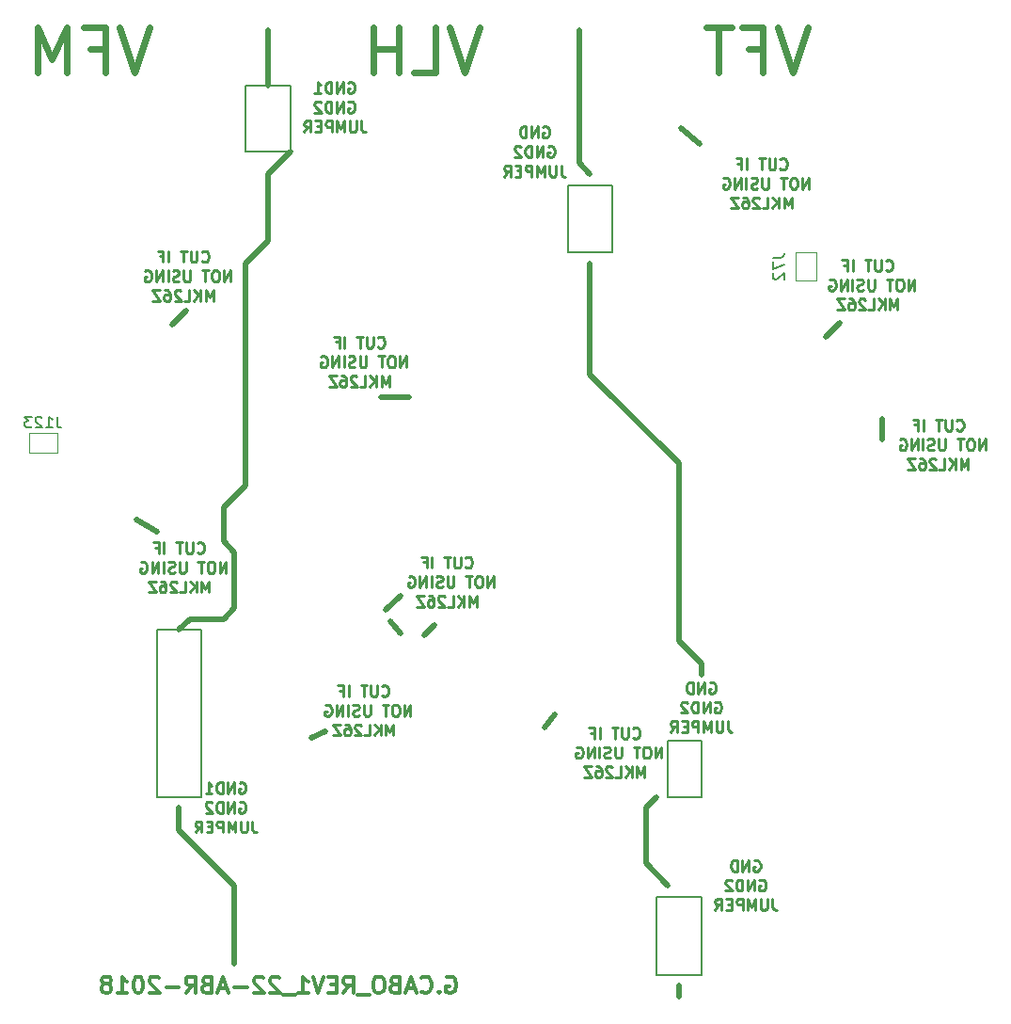
<source format=gbr>
G04 #@! TF.FileFunction,Legend,Bot*
%FSLAX46Y46*%
G04 Gerber Fmt 4.6, Leading zero omitted, Abs format (unit mm)*
G04 Created by KiCad (PCBNEW 4.0.7-e2-6376~58~ubuntu16.04.1) date Mon Apr 23 18:14:32 2018*
%MOMM*%
%LPD*%
G01*
G04 APERTURE LIST*
%ADD10C,0.100000*%
%ADD11C,0.500000*%
%ADD12C,0.600000*%
%ADD13C,0.300000*%
%ADD14C,0.250000*%
%ADD15C,0.200000*%
%ADD16C,0.120000*%
%ADD17C,0.150000*%
G04 APERTURE END LIST*
D10*
D11*
X131000000Y-135000000D02*
X131000000Y-136000000D01*
X168000000Y-122000000D02*
X169000000Y-121000000D01*
X171000000Y-138000000D02*
X171000000Y-139000000D01*
X170000000Y-129000000D02*
X168000000Y-127000000D01*
X168000000Y-122000000D02*
X168000000Y-127000000D01*
X173000000Y-110000000D02*
X173000000Y-109000000D01*
X171000000Y-107000000D02*
X173000000Y-109000000D01*
X171000000Y-103000000D02*
X171000000Y-107000000D01*
X171000000Y-91000000D02*
X171000000Y-103000000D01*
X163000000Y-83000000D02*
X171000000Y-91000000D01*
X163000000Y-73000000D02*
X163000000Y-83000000D01*
X163000000Y-65000000D02*
X163000000Y-65000000D01*
X162000000Y-64000000D02*
X163000000Y-65000000D01*
X162000000Y-52000000D02*
X162000000Y-64000000D01*
X131000000Y-135000000D02*
X131000000Y-135000000D01*
X131000000Y-129000000D02*
X131000000Y-135000000D01*
X126000000Y-124000000D02*
X131000000Y-129000000D01*
X126000000Y-122000000D02*
X126000000Y-124000000D01*
X126000000Y-106000000D02*
X126000000Y-106000000D01*
X127000000Y-105000000D02*
X126000000Y-106000000D01*
X130000000Y-105000000D02*
X127000000Y-105000000D01*
X131000000Y-104000000D02*
X130000000Y-105000000D01*
X131000000Y-99000000D02*
X131000000Y-104000000D01*
X130000000Y-98000000D02*
X131000000Y-99000000D01*
X130000000Y-95000000D02*
X130000000Y-98000000D01*
X132000000Y-93000000D02*
X130000000Y-95000000D01*
X132000000Y-73000000D02*
X132000000Y-93000000D01*
X134000000Y-71000000D02*
X132000000Y-73000000D01*
X134000000Y-65000000D02*
X134000000Y-71000000D01*
X136000000Y-63000000D02*
X134000000Y-65000000D01*
X134000000Y-52000000D02*
X134000000Y-57000000D01*
D12*
X123333333Y-51809524D02*
X121999999Y-55809524D01*
X120666666Y-51809524D01*
X118000000Y-53714286D02*
X119333333Y-53714286D01*
X119333333Y-55809524D02*
X119333333Y-51809524D01*
X117428571Y-51809524D01*
X115904762Y-55809524D02*
X115904762Y-51809524D01*
X114571429Y-54666667D01*
X113238095Y-51809524D01*
X113238095Y-55809524D01*
X153047619Y-51809524D02*
X151714285Y-55809524D01*
X150380952Y-51809524D01*
X147142857Y-55809524D02*
X149047619Y-55809524D01*
X149047619Y-51809524D01*
X145809524Y-55809524D02*
X145809524Y-51809524D01*
X145809524Y-53714286D02*
X143523810Y-53714286D01*
X143523810Y-55809524D02*
X143523810Y-51809524D01*
X182571428Y-51809524D02*
X181238094Y-55809524D01*
X179904761Y-51809524D01*
X177238095Y-53714286D02*
X178571428Y-53714286D01*
X178571428Y-55809524D02*
X178571428Y-51809524D01*
X176666666Y-51809524D01*
X175714286Y-51809524D02*
X173428571Y-51809524D01*
X174571428Y-55809524D02*
X174571428Y-51809524D01*
D13*
X150107141Y-137250000D02*
X150249998Y-137178571D01*
X150464284Y-137178571D01*
X150678569Y-137250000D01*
X150821427Y-137392857D01*
X150892855Y-137535714D01*
X150964284Y-137821429D01*
X150964284Y-138035714D01*
X150892855Y-138321429D01*
X150821427Y-138464286D01*
X150678569Y-138607143D01*
X150464284Y-138678571D01*
X150321427Y-138678571D01*
X150107141Y-138607143D01*
X150035712Y-138535714D01*
X150035712Y-138035714D01*
X150321427Y-138035714D01*
X149392855Y-138535714D02*
X149321427Y-138607143D01*
X149392855Y-138678571D01*
X149464284Y-138607143D01*
X149392855Y-138535714D01*
X149392855Y-138678571D01*
X147821426Y-138535714D02*
X147892855Y-138607143D01*
X148107141Y-138678571D01*
X148249998Y-138678571D01*
X148464283Y-138607143D01*
X148607141Y-138464286D01*
X148678569Y-138321429D01*
X148749998Y-138035714D01*
X148749998Y-137821429D01*
X148678569Y-137535714D01*
X148607141Y-137392857D01*
X148464283Y-137250000D01*
X148249998Y-137178571D01*
X148107141Y-137178571D01*
X147892855Y-137250000D01*
X147821426Y-137321429D01*
X147249998Y-138250000D02*
X146535712Y-138250000D01*
X147392855Y-138678571D02*
X146892855Y-137178571D01*
X146392855Y-138678571D01*
X145392855Y-137892857D02*
X145178569Y-137964286D01*
X145107141Y-138035714D01*
X145035712Y-138178571D01*
X145035712Y-138392857D01*
X145107141Y-138535714D01*
X145178569Y-138607143D01*
X145321427Y-138678571D01*
X145892855Y-138678571D01*
X145892855Y-137178571D01*
X145392855Y-137178571D01*
X145249998Y-137250000D01*
X145178569Y-137321429D01*
X145107141Y-137464286D01*
X145107141Y-137607143D01*
X145178569Y-137750000D01*
X145249998Y-137821429D01*
X145392855Y-137892857D01*
X145892855Y-137892857D01*
X144107141Y-137178571D02*
X143821427Y-137178571D01*
X143678569Y-137250000D01*
X143535712Y-137392857D01*
X143464284Y-137678571D01*
X143464284Y-138178571D01*
X143535712Y-138464286D01*
X143678569Y-138607143D01*
X143821427Y-138678571D01*
X144107141Y-138678571D01*
X144249998Y-138607143D01*
X144392855Y-138464286D01*
X144464284Y-138178571D01*
X144464284Y-137678571D01*
X144392855Y-137392857D01*
X144249998Y-137250000D01*
X144107141Y-137178571D01*
X143178569Y-138821429D02*
X142035712Y-138821429D01*
X140821426Y-138678571D02*
X141321426Y-137964286D01*
X141678569Y-138678571D02*
X141678569Y-137178571D01*
X141107141Y-137178571D01*
X140964283Y-137250000D01*
X140892855Y-137321429D01*
X140821426Y-137464286D01*
X140821426Y-137678571D01*
X140892855Y-137821429D01*
X140964283Y-137892857D01*
X141107141Y-137964286D01*
X141678569Y-137964286D01*
X140178569Y-137892857D02*
X139678569Y-137892857D01*
X139464283Y-138678571D02*
X140178569Y-138678571D01*
X140178569Y-137178571D01*
X139464283Y-137178571D01*
X139035712Y-137178571D02*
X138535712Y-138678571D01*
X138035712Y-137178571D01*
X136749998Y-138678571D02*
X137607141Y-138678571D01*
X137178569Y-138678571D02*
X137178569Y-137178571D01*
X137321426Y-137392857D01*
X137464284Y-137535714D01*
X137607141Y-137607143D01*
X136464284Y-138821429D02*
X135321427Y-138821429D01*
X135035713Y-137321429D02*
X134964284Y-137250000D01*
X134821427Y-137178571D01*
X134464284Y-137178571D01*
X134321427Y-137250000D01*
X134249998Y-137321429D01*
X134178570Y-137464286D01*
X134178570Y-137607143D01*
X134249998Y-137821429D01*
X135107141Y-138678571D01*
X134178570Y-138678571D01*
X133607142Y-137321429D02*
X133535713Y-137250000D01*
X133392856Y-137178571D01*
X133035713Y-137178571D01*
X132892856Y-137250000D01*
X132821427Y-137321429D01*
X132749999Y-137464286D01*
X132749999Y-137607143D01*
X132821427Y-137821429D01*
X133678570Y-138678571D01*
X132749999Y-138678571D01*
X132107142Y-138107143D02*
X130964285Y-138107143D01*
X130321428Y-138250000D02*
X129607142Y-138250000D01*
X130464285Y-138678571D02*
X129964285Y-137178571D01*
X129464285Y-138678571D01*
X128464285Y-137892857D02*
X128249999Y-137964286D01*
X128178571Y-138035714D01*
X128107142Y-138178571D01*
X128107142Y-138392857D01*
X128178571Y-138535714D01*
X128249999Y-138607143D01*
X128392857Y-138678571D01*
X128964285Y-138678571D01*
X128964285Y-137178571D01*
X128464285Y-137178571D01*
X128321428Y-137250000D01*
X128249999Y-137321429D01*
X128178571Y-137464286D01*
X128178571Y-137607143D01*
X128249999Y-137750000D01*
X128321428Y-137821429D01*
X128464285Y-137892857D01*
X128964285Y-137892857D01*
X126607142Y-138678571D02*
X127107142Y-137964286D01*
X127464285Y-138678571D02*
X127464285Y-137178571D01*
X126892857Y-137178571D01*
X126749999Y-137250000D01*
X126678571Y-137321429D01*
X126607142Y-137464286D01*
X126607142Y-137678571D01*
X126678571Y-137821429D01*
X126749999Y-137892857D01*
X126892857Y-137964286D01*
X127464285Y-137964286D01*
X125964285Y-138107143D02*
X124821428Y-138107143D01*
X124178571Y-137321429D02*
X124107142Y-137250000D01*
X123964285Y-137178571D01*
X123607142Y-137178571D01*
X123464285Y-137250000D01*
X123392856Y-137321429D01*
X123321428Y-137464286D01*
X123321428Y-137607143D01*
X123392856Y-137821429D01*
X124249999Y-138678571D01*
X123321428Y-138678571D01*
X122392857Y-137178571D02*
X122250000Y-137178571D01*
X122107143Y-137250000D01*
X122035714Y-137321429D01*
X121964285Y-137464286D01*
X121892857Y-137750000D01*
X121892857Y-138107143D01*
X121964285Y-138392857D01*
X122035714Y-138535714D01*
X122107143Y-138607143D01*
X122250000Y-138678571D01*
X122392857Y-138678571D01*
X122535714Y-138607143D01*
X122607143Y-138535714D01*
X122678571Y-138392857D01*
X122750000Y-138107143D01*
X122750000Y-137750000D01*
X122678571Y-137464286D01*
X122607143Y-137321429D01*
X122535714Y-137250000D01*
X122392857Y-137178571D01*
X120464286Y-138678571D02*
X121321429Y-138678571D01*
X120892857Y-138678571D02*
X120892857Y-137178571D01*
X121035714Y-137392857D01*
X121178572Y-137535714D01*
X121321429Y-137607143D01*
X119607143Y-137821429D02*
X119750001Y-137750000D01*
X119821429Y-137678571D01*
X119892858Y-137535714D01*
X119892858Y-137464286D01*
X119821429Y-137321429D01*
X119750001Y-137250000D01*
X119607143Y-137178571D01*
X119321429Y-137178571D01*
X119178572Y-137250000D01*
X119107143Y-137321429D01*
X119035715Y-137464286D01*
X119035715Y-137535714D01*
X119107143Y-137678571D01*
X119178572Y-137750000D01*
X119321429Y-137821429D01*
X119607143Y-137821429D01*
X119750001Y-137892857D01*
X119821429Y-137964286D01*
X119892858Y-138107143D01*
X119892858Y-138392857D01*
X119821429Y-138535714D01*
X119750001Y-138607143D01*
X119607143Y-138678571D01*
X119321429Y-138678571D01*
X119178572Y-138607143D01*
X119107143Y-138535714D01*
X119035715Y-138392857D01*
X119035715Y-138107143D01*
X119107143Y-137964286D01*
X119178572Y-137892857D01*
X119321429Y-137821429D01*
D11*
X144145000Y-85090000D02*
X146685000Y-85090000D01*
D14*
X143882857Y-80522143D02*
X143930476Y-80569762D01*
X144073333Y-80617381D01*
X144168571Y-80617381D01*
X144311429Y-80569762D01*
X144406667Y-80474524D01*
X144454286Y-80379286D01*
X144501905Y-80188810D01*
X144501905Y-80045952D01*
X144454286Y-79855476D01*
X144406667Y-79760238D01*
X144311429Y-79665000D01*
X144168571Y-79617381D01*
X144073333Y-79617381D01*
X143930476Y-79665000D01*
X143882857Y-79712619D01*
X143454286Y-79617381D02*
X143454286Y-80426905D01*
X143406667Y-80522143D01*
X143359048Y-80569762D01*
X143263810Y-80617381D01*
X143073333Y-80617381D01*
X142978095Y-80569762D01*
X142930476Y-80522143D01*
X142882857Y-80426905D01*
X142882857Y-79617381D01*
X142549524Y-79617381D02*
X141978095Y-79617381D01*
X142263810Y-80617381D02*
X142263810Y-79617381D01*
X140882857Y-80617381D02*
X140882857Y-79617381D01*
X140073333Y-80093571D02*
X140406667Y-80093571D01*
X140406667Y-80617381D02*
X140406667Y-79617381D01*
X139930476Y-79617381D01*
X146454286Y-82367381D02*
X146454286Y-81367381D01*
X145882857Y-82367381D01*
X145882857Y-81367381D01*
X145216191Y-81367381D02*
X145025714Y-81367381D01*
X144930476Y-81415000D01*
X144835238Y-81510238D01*
X144787619Y-81700714D01*
X144787619Y-82034048D01*
X144835238Y-82224524D01*
X144930476Y-82319762D01*
X145025714Y-82367381D01*
X145216191Y-82367381D01*
X145311429Y-82319762D01*
X145406667Y-82224524D01*
X145454286Y-82034048D01*
X145454286Y-81700714D01*
X145406667Y-81510238D01*
X145311429Y-81415000D01*
X145216191Y-81367381D01*
X144501905Y-81367381D02*
X143930476Y-81367381D01*
X144216191Y-82367381D02*
X144216191Y-81367381D01*
X142835238Y-81367381D02*
X142835238Y-82176905D01*
X142787619Y-82272143D01*
X142740000Y-82319762D01*
X142644762Y-82367381D01*
X142454285Y-82367381D01*
X142359047Y-82319762D01*
X142311428Y-82272143D01*
X142263809Y-82176905D01*
X142263809Y-81367381D01*
X141835238Y-82319762D02*
X141692381Y-82367381D01*
X141454285Y-82367381D01*
X141359047Y-82319762D01*
X141311428Y-82272143D01*
X141263809Y-82176905D01*
X141263809Y-82081667D01*
X141311428Y-81986429D01*
X141359047Y-81938810D01*
X141454285Y-81891190D01*
X141644762Y-81843571D01*
X141740000Y-81795952D01*
X141787619Y-81748333D01*
X141835238Y-81653095D01*
X141835238Y-81557857D01*
X141787619Y-81462619D01*
X141740000Y-81415000D01*
X141644762Y-81367381D01*
X141406666Y-81367381D01*
X141263809Y-81415000D01*
X140835238Y-82367381D02*
X140835238Y-81367381D01*
X140359048Y-82367381D02*
X140359048Y-81367381D01*
X139787619Y-82367381D01*
X139787619Y-81367381D01*
X138787619Y-81415000D02*
X138882857Y-81367381D01*
X139025714Y-81367381D01*
X139168572Y-81415000D01*
X139263810Y-81510238D01*
X139311429Y-81605476D01*
X139359048Y-81795952D01*
X139359048Y-81938810D01*
X139311429Y-82129286D01*
X139263810Y-82224524D01*
X139168572Y-82319762D01*
X139025714Y-82367381D01*
X138930476Y-82367381D01*
X138787619Y-82319762D01*
X138740000Y-82272143D01*
X138740000Y-81938810D01*
X138930476Y-81938810D01*
X144906667Y-84117381D02*
X144906667Y-83117381D01*
X144573333Y-83831667D01*
X144240000Y-83117381D01*
X144240000Y-84117381D01*
X143763810Y-84117381D02*
X143763810Y-83117381D01*
X143192381Y-84117381D02*
X143620953Y-83545952D01*
X143192381Y-83117381D02*
X143763810Y-83688810D01*
X142287619Y-84117381D02*
X142763810Y-84117381D01*
X142763810Y-83117381D01*
X142001905Y-83212619D02*
X141954286Y-83165000D01*
X141859048Y-83117381D01*
X141620952Y-83117381D01*
X141525714Y-83165000D01*
X141478095Y-83212619D01*
X141430476Y-83307857D01*
X141430476Y-83403095D01*
X141478095Y-83545952D01*
X142049524Y-84117381D01*
X141430476Y-84117381D01*
X140573333Y-83117381D02*
X140763810Y-83117381D01*
X140859048Y-83165000D01*
X140906667Y-83212619D01*
X141001905Y-83355476D01*
X141049524Y-83545952D01*
X141049524Y-83926905D01*
X141001905Y-84022143D01*
X140954286Y-84069762D01*
X140859048Y-84117381D01*
X140668571Y-84117381D01*
X140573333Y-84069762D01*
X140525714Y-84022143D01*
X140478095Y-83926905D01*
X140478095Y-83688810D01*
X140525714Y-83593571D01*
X140573333Y-83545952D01*
X140668571Y-83498333D01*
X140859048Y-83498333D01*
X140954286Y-83545952D01*
X141001905Y-83593571D01*
X141049524Y-83688810D01*
X140144762Y-83117381D02*
X139478095Y-83117381D01*
X140144762Y-84117381D01*
X139478095Y-84117381D01*
D15*
X161000000Y-67000000D02*
X161000000Y-66000000D01*
X161000000Y-72000000D02*
X161000000Y-67000000D01*
X165000000Y-72000000D02*
X161000000Y-72000000D01*
X165000000Y-66000000D02*
X165000000Y-72000000D01*
X161000000Y-66000000D02*
X165000000Y-66000000D01*
D14*
X173761904Y-110750000D02*
X173857142Y-110702381D01*
X173999999Y-110702381D01*
X174142857Y-110750000D01*
X174238095Y-110845238D01*
X174285714Y-110940476D01*
X174333333Y-111130952D01*
X174333333Y-111273810D01*
X174285714Y-111464286D01*
X174238095Y-111559524D01*
X174142857Y-111654762D01*
X173999999Y-111702381D01*
X173904761Y-111702381D01*
X173761904Y-111654762D01*
X173714285Y-111607143D01*
X173714285Y-111273810D01*
X173904761Y-111273810D01*
X173285714Y-111702381D02*
X173285714Y-110702381D01*
X172714285Y-111702381D01*
X172714285Y-110702381D01*
X172238095Y-111702381D02*
X172238095Y-110702381D01*
X172000000Y-110702381D01*
X171857142Y-110750000D01*
X171761904Y-110845238D01*
X171714285Y-110940476D01*
X171666666Y-111130952D01*
X171666666Y-111273810D01*
X171714285Y-111464286D01*
X171761904Y-111559524D01*
X171857142Y-111654762D01*
X172000000Y-111702381D01*
X172238095Y-111702381D01*
X174238095Y-112500000D02*
X174333333Y-112452381D01*
X174476190Y-112452381D01*
X174619048Y-112500000D01*
X174714286Y-112595238D01*
X174761905Y-112690476D01*
X174809524Y-112880952D01*
X174809524Y-113023810D01*
X174761905Y-113214286D01*
X174714286Y-113309524D01*
X174619048Y-113404762D01*
X174476190Y-113452381D01*
X174380952Y-113452381D01*
X174238095Y-113404762D01*
X174190476Y-113357143D01*
X174190476Y-113023810D01*
X174380952Y-113023810D01*
X173761905Y-113452381D02*
X173761905Y-112452381D01*
X173190476Y-113452381D01*
X173190476Y-112452381D01*
X172714286Y-113452381D02*
X172714286Y-112452381D01*
X172476191Y-112452381D01*
X172333333Y-112500000D01*
X172238095Y-112595238D01*
X172190476Y-112690476D01*
X172142857Y-112880952D01*
X172142857Y-113023810D01*
X172190476Y-113214286D01*
X172238095Y-113309524D01*
X172333333Y-113404762D01*
X172476191Y-113452381D01*
X172714286Y-113452381D01*
X171761905Y-112547619D02*
X171714286Y-112500000D01*
X171619048Y-112452381D01*
X171380952Y-112452381D01*
X171285714Y-112500000D01*
X171238095Y-112547619D01*
X171190476Y-112642857D01*
X171190476Y-112738095D01*
X171238095Y-112880952D01*
X171809524Y-113452381D01*
X171190476Y-113452381D01*
X175404761Y-114202381D02*
X175404761Y-114916667D01*
X175452381Y-115059524D01*
X175547619Y-115154762D01*
X175690476Y-115202381D01*
X175785714Y-115202381D01*
X174928571Y-114202381D02*
X174928571Y-115011905D01*
X174880952Y-115107143D01*
X174833333Y-115154762D01*
X174738095Y-115202381D01*
X174547618Y-115202381D01*
X174452380Y-115154762D01*
X174404761Y-115107143D01*
X174357142Y-115011905D01*
X174357142Y-114202381D01*
X173880952Y-115202381D02*
X173880952Y-114202381D01*
X173547618Y-114916667D01*
X173214285Y-114202381D01*
X173214285Y-115202381D01*
X172738095Y-115202381D02*
X172738095Y-114202381D01*
X172357142Y-114202381D01*
X172261904Y-114250000D01*
X172214285Y-114297619D01*
X172166666Y-114392857D01*
X172166666Y-114535714D01*
X172214285Y-114630952D01*
X172261904Y-114678571D01*
X172357142Y-114726190D01*
X172738095Y-114726190D01*
X171738095Y-114678571D02*
X171404761Y-114678571D01*
X171261904Y-115202381D02*
X171738095Y-115202381D01*
X171738095Y-114202381D01*
X171261904Y-114202381D01*
X170261904Y-115202381D02*
X170595238Y-114726190D01*
X170833333Y-115202381D02*
X170833333Y-114202381D01*
X170452380Y-114202381D01*
X170357142Y-114250000D01*
X170309523Y-114297619D01*
X170261904Y-114392857D01*
X170261904Y-114535714D01*
X170309523Y-114630952D01*
X170357142Y-114678571D01*
X170452380Y-114726190D01*
X170833333Y-114726190D01*
D15*
X173000000Y-116000000D02*
X170000000Y-116000000D01*
X173000000Y-121000000D02*
X173000000Y-116000000D01*
X170000000Y-121000000D02*
X173000000Y-121000000D01*
X170000000Y-120000000D02*
X170000000Y-121000000D01*
X170000000Y-116000000D02*
X170000000Y-120000000D01*
X173000000Y-137000000D02*
X173000000Y-130000000D01*
X169000000Y-137000000D02*
X173000000Y-137000000D01*
X169000000Y-130000000D02*
X169000000Y-137000000D01*
X173000000Y-130000000D02*
X169000000Y-130000000D01*
D14*
X177761904Y-126750000D02*
X177857142Y-126702381D01*
X177999999Y-126702381D01*
X178142857Y-126750000D01*
X178238095Y-126845238D01*
X178285714Y-126940476D01*
X178333333Y-127130952D01*
X178333333Y-127273810D01*
X178285714Y-127464286D01*
X178238095Y-127559524D01*
X178142857Y-127654762D01*
X177999999Y-127702381D01*
X177904761Y-127702381D01*
X177761904Y-127654762D01*
X177714285Y-127607143D01*
X177714285Y-127273810D01*
X177904761Y-127273810D01*
X177285714Y-127702381D02*
X177285714Y-126702381D01*
X176714285Y-127702381D01*
X176714285Y-126702381D01*
X176238095Y-127702381D02*
X176238095Y-126702381D01*
X176000000Y-126702381D01*
X175857142Y-126750000D01*
X175761904Y-126845238D01*
X175714285Y-126940476D01*
X175666666Y-127130952D01*
X175666666Y-127273810D01*
X175714285Y-127464286D01*
X175761904Y-127559524D01*
X175857142Y-127654762D01*
X176000000Y-127702381D01*
X176238095Y-127702381D01*
X178238095Y-128500000D02*
X178333333Y-128452381D01*
X178476190Y-128452381D01*
X178619048Y-128500000D01*
X178714286Y-128595238D01*
X178761905Y-128690476D01*
X178809524Y-128880952D01*
X178809524Y-129023810D01*
X178761905Y-129214286D01*
X178714286Y-129309524D01*
X178619048Y-129404762D01*
X178476190Y-129452381D01*
X178380952Y-129452381D01*
X178238095Y-129404762D01*
X178190476Y-129357143D01*
X178190476Y-129023810D01*
X178380952Y-129023810D01*
X177761905Y-129452381D02*
X177761905Y-128452381D01*
X177190476Y-129452381D01*
X177190476Y-128452381D01*
X176714286Y-129452381D02*
X176714286Y-128452381D01*
X176476191Y-128452381D01*
X176333333Y-128500000D01*
X176238095Y-128595238D01*
X176190476Y-128690476D01*
X176142857Y-128880952D01*
X176142857Y-129023810D01*
X176190476Y-129214286D01*
X176238095Y-129309524D01*
X176333333Y-129404762D01*
X176476191Y-129452381D01*
X176714286Y-129452381D01*
X175761905Y-128547619D02*
X175714286Y-128500000D01*
X175619048Y-128452381D01*
X175380952Y-128452381D01*
X175285714Y-128500000D01*
X175238095Y-128547619D01*
X175190476Y-128642857D01*
X175190476Y-128738095D01*
X175238095Y-128880952D01*
X175809524Y-129452381D01*
X175190476Y-129452381D01*
X179404761Y-130202381D02*
X179404761Y-130916667D01*
X179452381Y-131059524D01*
X179547619Y-131154762D01*
X179690476Y-131202381D01*
X179785714Y-131202381D01*
X178928571Y-130202381D02*
X178928571Y-131011905D01*
X178880952Y-131107143D01*
X178833333Y-131154762D01*
X178738095Y-131202381D01*
X178547618Y-131202381D01*
X178452380Y-131154762D01*
X178404761Y-131107143D01*
X178357142Y-131011905D01*
X178357142Y-130202381D01*
X177880952Y-131202381D02*
X177880952Y-130202381D01*
X177547618Y-130916667D01*
X177214285Y-130202381D01*
X177214285Y-131202381D01*
X176738095Y-131202381D02*
X176738095Y-130202381D01*
X176357142Y-130202381D01*
X176261904Y-130250000D01*
X176214285Y-130297619D01*
X176166666Y-130392857D01*
X176166666Y-130535714D01*
X176214285Y-130630952D01*
X176261904Y-130678571D01*
X176357142Y-130726190D01*
X176738095Y-130726190D01*
X175738095Y-130678571D02*
X175404761Y-130678571D01*
X175261904Y-131202381D02*
X175738095Y-131202381D01*
X175738095Y-130202381D01*
X175261904Y-130202381D01*
X174261904Y-131202381D02*
X174595238Y-130726190D01*
X174833333Y-131202381D02*
X174833333Y-130202381D01*
X174452380Y-130202381D01*
X174357142Y-130250000D01*
X174309523Y-130297619D01*
X174261904Y-130392857D01*
X174261904Y-130535714D01*
X174309523Y-130630952D01*
X174357142Y-130678571D01*
X174452380Y-130726190D01*
X174833333Y-130726190D01*
X158761904Y-60750000D02*
X158857142Y-60702381D01*
X158999999Y-60702381D01*
X159142857Y-60750000D01*
X159238095Y-60845238D01*
X159285714Y-60940476D01*
X159333333Y-61130952D01*
X159333333Y-61273810D01*
X159285714Y-61464286D01*
X159238095Y-61559524D01*
X159142857Y-61654762D01*
X158999999Y-61702381D01*
X158904761Y-61702381D01*
X158761904Y-61654762D01*
X158714285Y-61607143D01*
X158714285Y-61273810D01*
X158904761Y-61273810D01*
X158285714Y-61702381D02*
X158285714Y-60702381D01*
X157714285Y-61702381D01*
X157714285Y-60702381D01*
X157238095Y-61702381D02*
X157238095Y-60702381D01*
X157000000Y-60702381D01*
X156857142Y-60750000D01*
X156761904Y-60845238D01*
X156714285Y-60940476D01*
X156666666Y-61130952D01*
X156666666Y-61273810D01*
X156714285Y-61464286D01*
X156761904Y-61559524D01*
X156857142Y-61654762D01*
X157000000Y-61702381D01*
X157238095Y-61702381D01*
X159238095Y-62500000D02*
X159333333Y-62452381D01*
X159476190Y-62452381D01*
X159619048Y-62500000D01*
X159714286Y-62595238D01*
X159761905Y-62690476D01*
X159809524Y-62880952D01*
X159809524Y-63023810D01*
X159761905Y-63214286D01*
X159714286Y-63309524D01*
X159619048Y-63404762D01*
X159476190Y-63452381D01*
X159380952Y-63452381D01*
X159238095Y-63404762D01*
X159190476Y-63357143D01*
X159190476Y-63023810D01*
X159380952Y-63023810D01*
X158761905Y-63452381D02*
X158761905Y-62452381D01*
X158190476Y-63452381D01*
X158190476Y-62452381D01*
X157714286Y-63452381D02*
X157714286Y-62452381D01*
X157476191Y-62452381D01*
X157333333Y-62500000D01*
X157238095Y-62595238D01*
X157190476Y-62690476D01*
X157142857Y-62880952D01*
X157142857Y-63023810D01*
X157190476Y-63214286D01*
X157238095Y-63309524D01*
X157333333Y-63404762D01*
X157476191Y-63452381D01*
X157714286Y-63452381D01*
X156761905Y-62547619D02*
X156714286Y-62500000D01*
X156619048Y-62452381D01*
X156380952Y-62452381D01*
X156285714Y-62500000D01*
X156238095Y-62547619D01*
X156190476Y-62642857D01*
X156190476Y-62738095D01*
X156238095Y-62880952D01*
X156809524Y-63452381D01*
X156190476Y-63452381D01*
X160404761Y-64202381D02*
X160404761Y-64916667D01*
X160452381Y-65059524D01*
X160547619Y-65154762D01*
X160690476Y-65202381D01*
X160785714Y-65202381D01*
X159928571Y-64202381D02*
X159928571Y-65011905D01*
X159880952Y-65107143D01*
X159833333Y-65154762D01*
X159738095Y-65202381D01*
X159547618Y-65202381D01*
X159452380Y-65154762D01*
X159404761Y-65107143D01*
X159357142Y-65011905D01*
X159357142Y-64202381D01*
X158880952Y-65202381D02*
X158880952Y-64202381D01*
X158547618Y-64916667D01*
X158214285Y-64202381D01*
X158214285Y-65202381D01*
X157738095Y-65202381D02*
X157738095Y-64202381D01*
X157357142Y-64202381D01*
X157261904Y-64250000D01*
X157214285Y-64297619D01*
X157166666Y-64392857D01*
X157166666Y-64535714D01*
X157214285Y-64630952D01*
X157261904Y-64678571D01*
X157357142Y-64726190D01*
X157738095Y-64726190D01*
X156738095Y-64678571D02*
X156404761Y-64678571D01*
X156261904Y-65202381D02*
X156738095Y-65202381D01*
X156738095Y-64202381D01*
X156261904Y-64202381D01*
X155261904Y-65202381D02*
X155595238Y-64726190D01*
X155833333Y-65202381D02*
X155833333Y-64202381D01*
X155452380Y-64202381D01*
X155357142Y-64250000D01*
X155309523Y-64297619D01*
X155261904Y-64392857D01*
X155261904Y-64535714D01*
X155309523Y-64630952D01*
X155357142Y-64678571D01*
X155452380Y-64726190D01*
X155833333Y-64726190D01*
D15*
X132000000Y-63000000D02*
X133000000Y-63000000D01*
X132000000Y-57000000D02*
X132000000Y-63000000D01*
X133000000Y-57000000D02*
X132000000Y-57000000D01*
X136000000Y-57000000D02*
X135000000Y-57000000D01*
X136000000Y-63000000D02*
X136000000Y-57000000D01*
X133000000Y-63000000D02*
X136000000Y-63000000D01*
X135000000Y-57000000D02*
X133000000Y-57000000D01*
X128000000Y-106000000D02*
X128000000Y-121000000D01*
X124000000Y-106000000D02*
X128000000Y-106000000D01*
X124000000Y-121000000D02*
X124000000Y-106000000D01*
X128000000Y-121000000D02*
X124000000Y-121000000D01*
D14*
X131438095Y-119750000D02*
X131533333Y-119702381D01*
X131676190Y-119702381D01*
X131819048Y-119750000D01*
X131914286Y-119845238D01*
X131961905Y-119940476D01*
X132009524Y-120130952D01*
X132009524Y-120273810D01*
X131961905Y-120464286D01*
X131914286Y-120559524D01*
X131819048Y-120654762D01*
X131676190Y-120702381D01*
X131580952Y-120702381D01*
X131438095Y-120654762D01*
X131390476Y-120607143D01*
X131390476Y-120273810D01*
X131580952Y-120273810D01*
X130961905Y-120702381D02*
X130961905Y-119702381D01*
X130390476Y-120702381D01*
X130390476Y-119702381D01*
X129914286Y-120702381D02*
X129914286Y-119702381D01*
X129676191Y-119702381D01*
X129533333Y-119750000D01*
X129438095Y-119845238D01*
X129390476Y-119940476D01*
X129342857Y-120130952D01*
X129342857Y-120273810D01*
X129390476Y-120464286D01*
X129438095Y-120559524D01*
X129533333Y-120654762D01*
X129676191Y-120702381D01*
X129914286Y-120702381D01*
X128390476Y-120702381D02*
X128961905Y-120702381D01*
X128676191Y-120702381D02*
X128676191Y-119702381D01*
X128771429Y-119845238D01*
X128866667Y-119940476D01*
X128961905Y-119988095D01*
X131438095Y-121500000D02*
X131533333Y-121452381D01*
X131676190Y-121452381D01*
X131819048Y-121500000D01*
X131914286Y-121595238D01*
X131961905Y-121690476D01*
X132009524Y-121880952D01*
X132009524Y-122023810D01*
X131961905Y-122214286D01*
X131914286Y-122309524D01*
X131819048Y-122404762D01*
X131676190Y-122452381D01*
X131580952Y-122452381D01*
X131438095Y-122404762D01*
X131390476Y-122357143D01*
X131390476Y-122023810D01*
X131580952Y-122023810D01*
X130961905Y-122452381D02*
X130961905Y-121452381D01*
X130390476Y-122452381D01*
X130390476Y-121452381D01*
X129914286Y-122452381D02*
X129914286Y-121452381D01*
X129676191Y-121452381D01*
X129533333Y-121500000D01*
X129438095Y-121595238D01*
X129390476Y-121690476D01*
X129342857Y-121880952D01*
X129342857Y-122023810D01*
X129390476Y-122214286D01*
X129438095Y-122309524D01*
X129533333Y-122404762D01*
X129676191Y-122452381D01*
X129914286Y-122452381D01*
X128961905Y-121547619D02*
X128914286Y-121500000D01*
X128819048Y-121452381D01*
X128580952Y-121452381D01*
X128485714Y-121500000D01*
X128438095Y-121547619D01*
X128390476Y-121642857D01*
X128390476Y-121738095D01*
X128438095Y-121880952D01*
X129009524Y-122452381D01*
X128390476Y-122452381D01*
X132604761Y-123202381D02*
X132604761Y-123916667D01*
X132652381Y-124059524D01*
X132747619Y-124154762D01*
X132890476Y-124202381D01*
X132985714Y-124202381D01*
X132128571Y-123202381D02*
X132128571Y-124011905D01*
X132080952Y-124107143D01*
X132033333Y-124154762D01*
X131938095Y-124202381D01*
X131747618Y-124202381D01*
X131652380Y-124154762D01*
X131604761Y-124107143D01*
X131557142Y-124011905D01*
X131557142Y-123202381D01*
X131080952Y-124202381D02*
X131080952Y-123202381D01*
X130747618Y-123916667D01*
X130414285Y-123202381D01*
X130414285Y-124202381D01*
X129938095Y-124202381D02*
X129938095Y-123202381D01*
X129557142Y-123202381D01*
X129461904Y-123250000D01*
X129414285Y-123297619D01*
X129366666Y-123392857D01*
X129366666Y-123535714D01*
X129414285Y-123630952D01*
X129461904Y-123678571D01*
X129557142Y-123726190D01*
X129938095Y-123726190D01*
X128938095Y-123678571D02*
X128604761Y-123678571D01*
X128461904Y-124202381D02*
X128938095Y-124202381D01*
X128938095Y-123202381D01*
X128461904Y-123202381D01*
X127461904Y-124202381D02*
X127795238Y-123726190D01*
X128033333Y-124202381D02*
X128033333Y-123202381D01*
X127652380Y-123202381D01*
X127557142Y-123250000D01*
X127509523Y-123297619D01*
X127461904Y-123392857D01*
X127461904Y-123535714D01*
X127509523Y-123630952D01*
X127557142Y-123678571D01*
X127652380Y-123726190D01*
X128033333Y-123726190D01*
X141238095Y-56750000D02*
X141333333Y-56702381D01*
X141476190Y-56702381D01*
X141619048Y-56750000D01*
X141714286Y-56845238D01*
X141761905Y-56940476D01*
X141809524Y-57130952D01*
X141809524Y-57273810D01*
X141761905Y-57464286D01*
X141714286Y-57559524D01*
X141619048Y-57654762D01*
X141476190Y-57702381D01*
X141380952Y-57702381D01*
X141238095Y-57654762D01*
X141190476Y-57607143D01*
X141190476Y-57273810D01*
X141380952Y-57273810D01*
X140761905Y-57702381D02*
X140761905Y-56702381D01*
X140190476Y-57702381D01*
X140190476Y-56702381D01*
X139714286Y-57702381D02*
X139714286Y-56702381D01*
X139476191Y-56702381D01*
X139333333Y-56750000D01*
X139238095Y-56845238D01*
X139190476Y-56940476D01*
X139142857Y-57130952D01*
X139142857Y-57273810D01*
X139190476Y-57464286D01*
X139238095Y-57559524D01*
X139333333Y-57654762D01*
X139476191Y-57702381D01*
X139714286Y-57702381D01*
X138190476Y-57702381D02*
X138761905Y-57702381D01*
X138476191Y-57702381D02*
X138476191Y-56702381D01*
X138571429Y-56845238D01*
X138666667Y-56940476D01*
X138761905Y-56988095D01*
X141238095Y-58500000D02*
X141333333Y-58452381D01*
X141476190Y-58452381D01*
X141619048Y-58500000D01*
X141714286Y-58595238D01*
X141761905Y-58690476D01*
X141809524Y-58880952D01*
X141809524Y-59023810D01*
X141761905Y-59214286D01*
X141714286Y-59309524D01*
X141619048Y-59404762D01*
X141476190Y-59452381D01*
X141380952Y-59452381D01*
X141238095Y-59404762D01*
X141190476Y-59357143D01*
X141190476Y-59023810D01*
X141380952Y-59023810D01*
X140761905Y-59452381D02*
X140761905Y-58452381D01*
X140190476Y-59452381D01*
X140190476Y-58452381D01*
X139714286Y-59452381D02*
X139714286Y-58452381D01*
X139476191Y-58452381D01*
X139333333Y-58500000D01*
X139238095Y-58595238D01*
X139190476Y-58690476D01*
X139142857Y-58880952D01*
X139142857Y-59023810D01*
X139190476Y-59214286D01*
X139238095Y-59309524D01*
X139333333Y-59404762D01*
X139476191Y-59452381D01*
X139714286Y-59452381D01*
X138761905Y-58547619D02*
X138714286Y-58500000D01*
X138619048Y-58452381D01*
X138380952Y-58452381D01*
X138285714Y-58500000D01*
X138238095Y-58547619D01*
X138190476Y-58642857D01*
X138190476Y-58738095D01*
X138238095Y-58880952D01*
X138809524Y-59452381D01*
X138190476Y-59452381D01*
X142404761Y-60202381D02*
X142404761Y-60916667D01*
X142452381Y-61059524D01*
X142547619Y-61154762D01*
X142690476Y-61202381D01*
X142785714Y-61202381D01*
X141928571Y-60202381D02*
X141928571Y-61011905D01*
X141880952Y-61107143D01*
X141833333Y-61154762D01*
X141738095Y-61202381D01*
X141547618Y-61202381D01*
X141452380Y-61154762D01*
X141404761Y-61107143D01*
X141357142Y-61011905D01*
X141357142Y-60202381D01*
X140880952Y-61202381D02*
X140880952Y-60202381D01*
X140547618Y-60916667D01*
X140214285Y-60202381D01*
X140214285Y-61202381D01*
X139738095Y-61202381D02*
X139738095Y-60202381D01*
X139357142Y-60202381D01*
X139261904Y-60250000D01*
X139214285Y-60297619D01*
X139166666Y-60392857D01*
X139166666Y-60535714D01*
X139214285Y-60630952D01*
X139261904Y-60678571D01*
X139357142Y-60726190D01*
X139738095Y-60726190D01*
X138738095Y-60678571D02*
X138404761Y-60678571D01*
X138261904Y-61202381D02*
X138738095Y-61202381D01*
X138738095Y-60202381D01*
X138261904Y-60202381D01*
X137261904Y-61202381D02*
X137595238Y-60726190D01*
X137833333Y-61202381D02*
X137833333Y-60202381D01*
X137452380Y-60202381D01*
X137357142Y-60250000D01*
X137309523Y-60297619D01*
X137261904Y-60392857D01*
X137261904Y-60535714D01*
X137309523Y-60630952D01*
X137357142Y-60678571D01*
X137452380Y-60726190D01*
X137833333Y-60726190D01*
X189642857Y-73607143D02*
X189690476Y-73654762D01*
X189833333Y-73702381D01*
X189928571Y-73702381D01*
X190071429Y-73654762D01*
X190166667Y-73559524D01*
X190214286Y-73464286D01*
X190261905Y-73273810D01*
X190261905Y-73130952D01*
X190214286Y-72940476D01*
X190166667Y-72845238D01*
X190071429Y-72750000D01*
X189928571Y-72702381D01*
X189833333Y-72702381D01*
X189690476Y-72750000D01*
X189642857Y-72797619D01*
X189214286Y-72702381D02*
X189214286Y-73511905D01*
X189166667Y-73607143D01*
X189119048Y-73654762D01*
X189023810Y-73702381D01*
X188833333Y-73702381D01*
X188738095Y-73654762D01*
X188690476Y-73607143D01*
X188642857Y-73511905D01*
X188642857Y-72702381D01*
X188309524Y-72702381D02*
X187738095Y-72702381D01*
X188023810Y-73702381D02*
X188023810Y-72702381D01*
X186642857Y-73702381D02*
X186642857Y-72702381D01*
X185833333Y-73178571D02*
X186166667Y-73178571D01*
X186166667Y-73702381D02*
X186166667Y-72702381D01*
X185690476Y-72702381D01*
X192214286Y-75452381D02*
X192214286Y-74452381D01*
X191642857Y-75452381D01*
X191642857Y-74452381D01*
X190976191Y-74452381D02*
X190785714Y-74452381D01*
X190690476Y-74500000D01*
X190595238Y-74595238D01*
X190547619Y-74785714D01*
X190547619Y-75119048D01*
X190595238Y-75309524D01*
X190690476Y-75404762D01*
X190785714Y-75452381D01*
X190976191Y-75452381D01*
X191071429Y-75404762D01*
X191166667Y-75309524D01*
X191214286Y-75119048D01*
X191214286Y-74785714D01*
X191166667Y-74595238D01*
X191071429Y-74500000D01*
X190976191Y-74452381D01*
X190261905Y-74452381D02*
X189690476Y-74452381D01*
X189976191Y-75452381D02*
X189976191Y-74452381D01*
X188595238Y-74452381D02*
X188595238Y-75261905D01*
X188547619Y-75357143D01*
X188500000Y-75404762D01*
X188404762Y-75452381D01*
X188214285Y-75452381D01*
X188119047Y-75404762D01*
X188071428Y-75357143D01*
X188023809Y-75261905D01*
X188023809Y-74452381D01*
X187595238Y-75404762D02*
X187452381Y-75452381D01*
X187214285Y-75452381D01*
X187119047Y-75404762D01*
X187071428Y-75357143D01*
X187023809Y-75261905D01*
X187023809Y-75166667D01*
X187071428Y-75071429D01*
X187119047Y-75023810D01*
X187214285Y-74976190D01*
X187404762Y-74928571D01*
X187500000Y-74880952D01*
X187547619Y-74833333D01*
X187595238Y-74738095D01*
X187595238Y-74642857D01*
X187547619Y-74547619D01*
X187500000Y-74500000D01*
X187404762Y-74452381D01*
X187166666Y-74452381D01*
X187023809Y-74500000D01*
X186595238Y-75452381D02*
X186595238Y-74452381D01*
X186119048Y-75452381D02*
X186119048Y-74452381D01*
X185547619Y-75452381D01*
X185547619Y-74452381D01*
X184547619Y-74500000D02*
X184642857Y-74452381D01*
X184785714Y-74452381D01*
X184928572Y-74500000D01*
X185023810Y-74595238D01*
X185071429Y-74690476D01*
X185119048Y-74880952D01*
X185119048Y-75023810D01*
X185071429Y-75214286D01*
X185023810Y-75309524D01*
X184928572Y-75404762D01*
X184785714Y-75452381D01*
X184690476Y-75452381D01*
X184547619Y-75404762D01*
X184500000Y-75357143D01*
X184500000Y-75023810D01*
X184690476Y-75023810D01*
X190666667Y-77202381D02*
X190666667Y-76202381D01*
X190333333Y-76916667D01*
X190000000Y-76202381D01*
X190000000Y-77202381D01*
X189523810Y-77202381D02*
X189523810Y-76202381D01*
X188952381Y-77202381D02*
X189380953Y-76630952D01*
X188952381Y-76202381D02*
X189523810Y-76773810D01*
X188047619Y-77202381D02*
X188523810Y-77202381D01*
X188523810Y-76202381D01*
X187761905Y-76297619D02*
X187714286Y-76250000D01*
X187619048Y-76202381D01*
X187380952Y-76202381D01*
X187285714Y-76250000D01*
X187238095Y-76297619D01*
X187190476Y-76392857D01*
X187190476Y-76488095D01*
X187238095Y-76630952D01*
X187809524Y-77202381D01*
X187190476Y-77202381D01*
X186333333Y-76202381D02*
X186523810Y-76202381D01*
X186619048Y-76250000D01*
X186666667Y-76297619D01*
X186761905Y-76440476D01*
X186809524Y-76630952D01*
X186809524Y-77011905D01*
X186761905Y-77107143D01*
X186714286Y-77154762D01*
X186619048Y-77202381D01*
X186428571Y-77202381D01*
X186333333Y-77154762D01*
X186285714Y-77107143D01*
X186238095Y-77011905D01*
X186238095Y-76773810D01*
X186285714Y-76678571D01*
X186333333Y-76630952D01*
X186428571Y-76583333D01*
X186619048Y-76583333D01*
X186714286Y-76630952D01*
X186761905Y-76678571D01*
X186809524Y-76773810D01*
X185904762Y-76202381D02*
X185238095Y-76202381D01*
X185904762Y-77202381D01*
X185238095Y-77202381D01*
D11*
X184221120Y-79674720D02*
X185513980Y-78359000D01*
X189265560Y-87045800D02*
X189265560Y-88864440D01*
D14*
X196006197Y-87974503D02*
X196053816Y-88022122D01*
X196196673Y-88069741D01*
X196291911Y-88069741D01*
X196434769Y-88022122D01*
X196530007Y-87926884D01*
X196577626Y-87831646D01*
X196625245Y-87641170D01*
X196625245Y-87498312D01*
X196577626Y-87307836D01*
X196530007Y-87212598D01*
X196434769Y-87117360D01*
X196291911Y-87069741D01*
X196196673Y-87069741D01*
X196053816Y-87117360D01*
X196006197Y-87164979D01*
X195577626Y-87069741D02*
X195577626Y-87879265D01*
X195530007Y-87974503D01*
X195482388Y-88022122D01*
X195387150Y-88069741D01*
X195196673Y-88069741D01*
X195101435Y-88022122D01*
X195053816Y-87974503D01*
X195006197Y-87879265D01*
X195006197Y-87069741D01*
X194672864Y-87069741D02*
X194101435Y-87069741D01*
X194387150Y-88069741D02*
X194387150Y-87069741D01*
X193006197Y-88069741D02*
X193006197Y-87069741D01*
X192196673Y-87545931D02*
X192530007Y-87545931D01*
X192530007Y-88069741D02*
X192530007Y-87069741D01*
X192053816Y-87069741D01*
X198577626Y-89819741D02*
X198577626Y-88819741D01*
X198006197Y-89819741D01*
X198006197Y-88819741D01*
X197339531Y-88819741D02*
X197149054Y-88819741D01*
X197053816Y-88867360D01*
X196958578Y-88962598D01*
X196910959Y-89153074D01*
X196910959Y-89486408D01*
X196958578Y-89676884D01*
X197053816Y-89772122D01*
X197149054Y-89819741D01*
X197339531Y-89819741D01*
X197434769Y-89772122D01*
X197530007Y-89676884D01*
X197577626Y-89486408D01*
X197577626Y-89153074D01*
X197530007Y-88962598D01*
X197434769Y-88867360D01*
X197339531Y-88819741D01*
X196625245Y-88819741D02*
X196053816Y-88819741D01*
X196339531Y-89819741D02*
X196339531Y-88819741D01*
X194958578Y-88819741D02*
X194958578Y-89629265D01*
X194910959Y-89724503D01*
X194863340Y-89772122D01*
X194768102Y-89819741D01*
X194577625Y-89819741D01*
X194482387Y-89772122D01*
X194434768Y-89724503D01*
X194387149Y-89629265D01*
X194387149Y-88819741D01*
X193958578Y-89772122D02*
X193815721Y-89819741D01*
X193577625Y-89819741D01*
X193482387Y-89772122D01*
X193434768Y-89724503D01*
X193387149Y-89629265D01*
X193387149Y-89534027D01*
X193434768Y-89438789D01*
X193482387Y-89391170D01*
X193577625Y-89343550D01*
X193768102Y-89295931D01*
X193863340Y-89248312D01*
X193910959Y-89200693D01*
X193958578Y-89105455D01*
X193958578Y-89010217D01*
X193910959Y-88914979D01*
X193863340Y-88867360D01*
X193768102Y-88819741D01*
X193530006Y-88819741D01*
X193387149Y-88867360D01*
X192958578Y-89819741D02*
X192958578Y-88819741D01*
X192482388Y-89819741D02*
X192482388Y-88819741D01*
X191910959Y-89819741D01*
X191910959Y-88819741D01*
X190910959Y-88867360D02*
X191006197Y-88819741D01*
X191149054Y-88819741D01*
X191291912Y-88867360D01*
X191387150Y-88962598D01*
X191434769Y-89057836D01*
X191482388Y-89248312D01*
X191482388Y-89391170D01*
X191434769Y-89581646D01*
X191387150Y-89676884D01*
X191291912Y-89772122D01*
X191149054Y-89819741D01*
X191053816Y-89819741D01*
X190910959Y-89772122D01*
X190863340Y-89724503D01*
X190863340Y-89391170D01*
X191053816Y-89391170D01*
X197030007Y-91569741D02*
X197030007Y-90569741D01*
X196696673Y-91284027D01*
X196363340Y-90569741D01*
X196363340Y-91569741D01*
X195887150Y-91569741D02*
X195887150Y-90569741D01*
X195315721Y-91569741D02*
X195744293Y-90998312D01*
X195315721Y-90569741D02*
X195887150Y-91141170D01*
X194410959Y-91569741D02*
X194887150Y-91569741D01*
X194887150Y-90569741D01*
X194125245Y-90664979D02*
X194077626Y-90617360D01*
X193982388Y-90569741D01*
X193744292Y-90569741D01*
X193649054Y-90617360D01*
X193601435Y-90664979D01*
X193553816Y-90760217D01*
X193553816Y-90855455D01*
X193601435Y-90998312D01*
X194172864Y-91569741D01*
X193553816Y-91569741D01*
X192696673Y-90569741D02*
X192887150Y-90569741D01*
X192982388Y-90617360D01*
X193030007Y-90664979D01*
X193125245Y-90807836D01*
X193172864Y-90998312D01*
X193172864Y-91379265D01*
X193125245Y-91474503D01*
X193077626Y-91522122D01*
X192982388Y-91569741D01*
X192791911Y-91569741D01*
X192696673Y-91522122D01*
X192649054Y-91474503D01*
X192601435Y-91379265D01*
X192601435Y-91141170D01*
X192649054Y-91045931D01*
X192696673Y-90998312D01*
X192791911Y-90950693D01*
X192982388Y-90950693D01*
X193077626Y-90998312D01*
X193125245Y-91045931D01*
X193172864Y-91141170D01*
X192268102Y-90569741D02*
X191601435Y-90569741D01*
X192268102Y-91569741D01*
X191601435Y-91569741D01*
D11*
X171147740Y-60827920D02*
X172885100Y-62250320D01*
D14*
X180103257Y-64476963D02*
X180150876Y-64524582D01*
X180293733Y-64572201D01*
X180388971Y-64572201D01*
X180531829Y-64524582D01*
X180627067Y-64429344D01*
X180674686Y-64334106D01*
X180722305Y-64143630D01*
X180722305Y-64000772D01*
X180674686Y-63810296D01*
X180627067Y-63715058D01*
X180531829Y-63619820D01*
X180388971Y-63572201D01*
X180293733Y-63572201D01*
X180150876Y-63619820D01*
X180103257Y-63667439D01*
X179674686Y-63572201D02*
X179674686Y-64381725D01*
X179627067Y-64476963D01*
X179579448Y-64524582D01*
X179484210Y-64572201D01*
X179293733Y-64572201D01*
X179198495Y-64524582D01*
X179150876Y-64476963D01*
X179103257Y-64381725D01*
X179103257Y-63572201D01*
X178769924Y-63572201D02*
X178198495Y-63572201D01*
X178484210Y-64572201D02*
X178484210Y-63572201D01*
X177103257Y-64572201D02*
X177103257Y-63572201D01*
X176293733Y-64048391D02*
X176627067Y-64048391D01*
X176627067Y-64572201D02*
X176627067Y-63572201D01*
X176150876Y-63572201D01*
X182674686Y-66322201D02*
X182674686Y-65322201D01*
X182103257Y-66322201D01*
X182103257Y-65322201D01*
X181436591Y-65322201D02*
X181246114Y-65322201D01*
X181150876Y-65369820D01*
X181055638Y-65465058D01*
X181008019Y-65655534D01*
X181008019Y-65988868D01*
X181055638Y-66179344D01*
X181150876Y-66274582D01*
X181246114Y-66322201D01*
X181436591Y-66322201D01*
X181531829Y-66274582D01*
X181627067Y-66179344D01*
X181674686Y-65988868D01*
X181674686Y-65655534D01*
X181627067Y-65465058D01*
X181531829Y-65369820D01*
X181436591Y-65322201D01*
X180722305Y-65322201D02*
X180150876Y-65322201D01*
X180436591Y-66322201D02*
X180436591Y-65322201D01*
X179055638Y-65322201D02*
X179055638Y-66131725D01*
X179008019Y-66226963D01*
X178960400Y-66274582D01*
X178865162Y-66322201D01*
X178674685Y-66322201D01*
X178579447Y-66274582D01*
X178531828Y-66226963D01*
X178484209Y-66131725D01*
X178484209Y-65322201D01*
X178055638Y-66274582D02*
X177912781Y-66322201D01*
X177674685Y-66322201D01*
X177579447Y-66274582D01*
X177531828Y-66226963D01*
X177484209Y-66131725D01*
X177484209Y-66036487D01*
X177531828Y-65941249D01*
X177579447Y-65893630D01*
X177674685Y-65846010D01*
X177865162Y-65798391D01*
X177960400Y-65750772D01*
X178008019Y-65703153D01*
X178055638Y-65607915D01*
X178055638Y-65512677D01*
X178008019Y-65417439D01*
X177960400Y-65369820D01*
X177865162Y-65322201D01*
X177627066Y-65322201D01*
X177484209Y-65369820D01*
X177055638Y-66322201D02*
X177055638Y-65322201D01*
X176579448Y-66322201D02*
X176579448Y-65322201D01*
X176008019Y-66322201D01*
X176008019Y-65322201D01*
X175008019Y-65369820D02*
X175103257Y-65322201D01*
X175246114Y-65322201D01*
X175388972Y-65369820D01*
X175484210Y-65465058D01*
X175531829Y-65560296D01*
X175579448Y-65750772D01*
X175579448Y-65893630D01*
X175531829Y-66084106D01*
X175484210Y-66179344D01*
X175388972Y-66274582D01*
X175246114Y-66322201D01*
X175150876Y-66322201D01*
X175008019Y-66274582D01*
X174960400Y-66226963D01*
X174960400Y-65893630D01*
X175150876Y-65893630D01*
X181127067Y-68072201D02*
X181127067Y-67072201D01*
X180793733Y-67786487D01*
X180460400Y-67072201D01*
X180460400Y-68072201D01*
X179984210Y-68072201D02*
X179984210Y-67072201D01*
X179412781Y-68072201D02*
X179841353Y-67500772D01*
X179412781Y-67072201D02*
X179984210Y-67643630D01*
X178508019Y-68072201D02*
X178984210Y-68072201D01*
X178984210Y-67072201D01*
X178222305Y-67167439D02*
X178174686Y-67119820D01*
X178079448Y-67072201D01*
X177841352Y-67072201D01*
X177746114Y-67119820D01*
X177698495Y-67167439D01*
X177650876Y-67262677D01*
X177650876Y-67357915D01*
X177698495Y-67500772D01*
X178269924Y-68072201D01*
X177650876Y-68072201D01*
X176793733Y-67072201D02*
X176984210Y-67072201D01*
X177079448Y-67119820D01*
X177127067Y-67167439D01*
X177222305Y-67310296D01*
X177269924Y-67500772D01*
X177269924Y-67881725D01*
X177222305Y-67976963D01*
X177174686Y-68024582D01*
X177079448Y-68072201D01*
X176888971Y-68072201D01*
X176793733Y-68024582D01*
X176746114Y-67976963D01*
X176698495Y-67881725D01*
X176698495Y-67643630D01*
X176746114Y-67548391D01*
X176793733Y-67500772D01*
X176888971Y-67453153D01*
X177079448Y-67453153D01*
X177174686Y-67500772D01*
X177222305Y-67548391D01*
X177269924Y-67643630D01*
X176365162Y-67072201D02*
X175698495Y-67072201D01*
X176365162Y-68072201D01*
X175698495Y-68072201D01*
D11*
X126598680Y-77307440D02*
X125387100Y-78529180D01*
D14*
X128038337Y-72810703D02*
X128085956Y-72858322D01*
X128228813Y-72905941D01*
X128324051Y-72905941D01*
X128466909Y-72858322D01*
X128562147Y-72763084D01*
X128609766Y-72667846D01*
X128657385Y-72477370D01*
X128657385Y-72334512D01*
X128609766Y-72144036D01*
X128562147Y-72048798D01*
X128466909Y-71953560D01*
X128324051Y-71905941D01*
X128228813Y-71905941D01*
X128085956Y-71953560D01*
X128038337Y-72001179D01*
X127609766Y-71905941D02*
X127609766Y-72715465D01*
X127562147Y-72810703D01*
X127514528Y-72858322D01*
X127419290Y-72905941D01*
X127228813Y-72905941D01*
X127133575Y-72858322D01*
X127085956Y-72810703D01*
X127038337Y-72715465D01*
X127038337Y-71905941D01*
X126705004Y-71905941D02*
X126133575Y-71905941D01*
X126419290Y-72905941D02*
X126419290Y-71905941D01*
X125038337Y-72905941D02*
X125038337Y-71905941D01*
X124228813Y-72382131D02*
X124562147Y-72382131D01*
X124562147Y-72905941D02*
X124562147Y-71905941D01*
X124085956Y-71905941D01*
X130609766Y-74655941D02*
X130609766Y-73655941D01*
X130038337Y-74655941D01*
X130038337Y-73655941D01*
X129371671Y-73655941D02*
X129181194Y-73655941D01*
X129085956Y-73703560D01*
X128990718Y-73798798D01*
X128943099Y-73989274D01*
X128943099Y-74322608D01*
X128990718Y-74513084D01*
X129085956Y-74608322D01*
X129181194Y-74655941D01*
X129371671Y-74655941D01*
X129466909Y-74608322D01*
X129562147Y-74513084D01*
X129609766Y-74322608D01*
X129609766Y-73989274D01*
X129562147Y-73798798D01*
X129466909Y-73703560D01*
X129371671Y-73655941D01*
X128657385Y-73655941D02*
X128085956Y-73655941D01*
X128371671Y-74655941D02*
X128371671Y-73655941D01*
X126990718Y-73655941D02*
X126990718Y-74465465D01*
X126943099Y-74560703D01*
X126895480Y-74608322D01*
X126800242Y-74655941D01*
X126609765Y-74655941D01*
X126514527Y-74608322D01*
X126466908Y-74560703D01*
X126419289Y-74465465D01*
X126419289Y-73655941D01*
X125990718Y-74608322D02*
X125847861Y-74655941D01*
X125609765Y-74655941D01*
X125514527Y-74608322D01*
X125466908Y-74560703D01*
X125419289Y-74465465D01*
X125419289Y-74370227D01*
X125466908Y-74274989D01*
X125514527Y-74227370D01*
X125609765Y-74179750D01*
X125800242Y-74132131D01*
X125895480Y-74084512D01*
X125943099Y-74036893D01*
X125990718Y-73941655D01*
X125990718Y-73846417D01*
X125943099Y-73751179D01*
X125895480Y-73703560D01*
X125800242Y-73655941D01*
X125562146Y-73655941D01*
X125419289Y-73703560D01*
X124990718Y-74655941D02*
X124990718Y-73655941D01*
X124514528Y-74655941D02*
X124514528Y-73655941D01*
X123943099Y-74655941D01*
X123943099Y-73655941D01*
X122943099Y-73703560D02*
X123038337Y-73655941D01*
X123181194Y-73655941D01*
X123324052Y-73703560D01*
X123419290Y-73798798D01*
X123466909Y-73894036D01*
X123514528Y-74084512D01*
X123514528Y-74227370D01*
X123466909Y-74417846D01*
X123419290Y-74513084D01*
X123324052Y-74608322D01*
X123181194Y-74655941D01*
X123085956Y-74655941D01*
X122943099Y-74608322D01*
X122895480Y-74560703D01*
X122895480Y-74227370D01*
X123085956Y-74227370D01*
X129062147Y-76405941D02*
X129062147Y-75405941D01*
X128728813Y-76120227D01*
X128395480Y-75405941D01*
X128395480Y-76405941D01*
X127919290Y-76405941D02*
X127919290Y-75405941D01*
X127347861Y-76405941D02*
X127776433Y-75834512D01*
X127347861Y-75405941D02*
X127919290Y-75977370D01*
X126443099Y-76405941D02*
X126919290Y-76405941D01*
X126919290Y-75405941D01*
X126157385Y-75501179D02*
X126109766Y-75453560D01*
X126014528Y-75405941D01*
X125776432Y-75405941D01*
X125681194Y-75453560D01*
X125633575Y-75501179D01*
X125585956Y-75596417D01*
X125585956Y-75691655D01*
X125633575Y-75834512D01*
X126205004Y-76405941D01*
X125585956Y-76405941D01*
X124728813Y-75405941D02*
X124919290Y-75405941D01*
X125014528Y-75453560D01*
X125062147Y-75501179D01*
X125157385Y-75644036D01*
X125205004Y-75834512D01*
X125205004Y-76215465D01*
X125157385Y-76310703D01*
X125109766Y-76358322D01*
X125014528Y-76405941D01*
X124824051Y-76405941D01*
X124728813Y-76358322D01*
X124681194Y-76310703D01*
X124633575Y-76215465D01*
X124633575Y-75977370D01*
X124681194Y-75882131D01*
X124728813Y-75834512D01*
X124824051Y-75786893D01*
X125014528Y-75786893D01*
X125109766Y-75834512D01*
X125157385Y-75882131D01*
X125205004Y-75977370D01*
X124300242Y-75405941D02*
X123633575Y-75405941D01*
X124300242Y-76405941D01*
X123633575Y-76405941D01*
D11*
X122179080Y-96085660D02*
X124018040Y-97182940D01*
D14*
X127649717Y-99015883D02*
X127697336Y-99063502D01*
X127840193Y-99111121D01*
X127935431Y-99111121D01*
X128078289Y-99063502D01*
X128173527Y-98968264D01*
X128221146Y-98873026D01*
X128268765Y-98682550D01*
X128268765Y-98539692D01*
X128221146Y-98349216D01*
X128173527Y-98253978D01*
X128078289Y-98158740D01*
X127935431Y-98111121D01*
X127840193Y-98111121D01*
X127697336Y-98158740D01*
X127649717Y-98206359D01*
X127221146Y-98111121D02*
X127221146Y-98920645D01*
X127173527Y-99015883D01*
X127125908Y-99063502D01*
X127030670Y-99111121D01*
X126840193Y-99111121D01*
X126744955Y-99063502D01*
X126697336Y-99015883D01*
X126649717Y-98920645D01*
X126649717Y-98111121D01*
X126316384Y-98111121D02*
X125744955Y-98111121D01*
X126030670Y-99111121D02*
X126030670Y-98111121D01*
X124649717Y-99111121D02*
X124649717Y-98111121D01*
X123840193Y-98587311D02*
X124173527Y-98587311D01*
X124173527Y-99111121D02*
X124173527Y-98111121D01*
X123697336Y-98111121D01*
X130221146Y-100861121D02*
X130221146Y-99861121D01*
X129649717Y-100861121D01*
X129649717Y-99861121D01*
X128983051Y-99861121D02*
X128792574Y-99861121D01*
X128697336Y-99908740D01*
X128602098Y-100003978D01*
X128554479Y-100194454D01*
X128554479Y-100527788D01*
X128602098Y-100718264D01*
X128697336Y-100813502D01*
X128792574Y-100861121D01*
X128983051Y-100861121D01*
X129078289Y-100813502D01*
X129173527Y-100718264D01*
X129221146Y-100527788D01*
X129221146Y-100194454D01*
X129173527Y-100003978D01*
X129078289Y-99908740D01*
X128983051Y-99861121D01*
X128268765Y-99861121D02*
X127697336Y-99861121D01*
X127983051Y-100861121D02*
X127983051Y-99861121D01*
X126602098Y-99861121D02*
X126602098Y-100670645D01*
X126554479Y-100765883D01*
X126506860Y-100813502D01*
X126411622Y-100861121D01*
X126221145Y-100861121D01*
X126125907Y-100813502D01*
X126078288Y-100765883D01*
X126030669Y-100670645D01*
X126030669Y-99861121D01*
X125602098Y-100813502D02*
X125459241Y-100861121D01*
X125221145Y-100861121D01*
X125125907Y-100813502D01*
X125078288Y-100765883D01*
X125030669Y-100670645D01*
X125030669Y-100575407D01*
X125078288Y-100480169D01*
X125125907Y-100432550D01*
X125221145Y-100384930D01*
X125411622Y-100337311D01*
X125506860Y-100289692D01*
X125554479Y-100242073D01*
X125602098Y-100146835D01*
X125602098Y-100051597D01*
X125554479Y-99956359D01*
X125506860Y-99908740D01*
X125411622Y-99861121D01*
X125173526Y-99861121D01*
X125030669Y-99908740D01*
X124602098Y-100861121D02*
X124602098Y-99861121D01*
X124125908Y-100861121D02*
X124125908Y-99861121D01*
X123554479Y-100861121D01*
X123554479Y-99861121D01*
X122554479Y-99908740D02*
X122649717Y-99861121D01*
X122792574Y-99861121D01*
X122935432Y-99908740D01*
X123030670Y-100003978D01*
X123078289Y-100099216D01*
X123125908Y-100289692D01*
X123125908Y-100432550D01*
X123078289Y-100623026D01*
X123030670Y-100718264D01*
X122935432Y-100813502D01*
X122792574Y-100861121D01*
X122697336Y-100861121D01*
X122554479Y-100813502D01*
X122506860Y-100765883D01*
X122506860Y-100432550D01*
X122697336Y-100432550D01*
X128673527Y-102611121D02*
X128673527Y-101611121D01*
X128340193Y-102325407D01*
X128006860Y-101611121D01*
X128006860Y-102611121D01*
X127530670Y-102611121D02*
X127530670Y-101611121D01*
X126959241Y-102611121D02*
X127387813Y-102039692D01*
X126959241Y-101611121D02*
X127530670Y-102182550D01*
X126054479Y-102611121D02*
X126530670Y-102611121D01*
X126530670Y-101611121D01*
X125768765Y-101706359D02*
X125721146Y-101658740D01*
X125625908Y-101611121D01*
X125387812Y-101611121D01*
X125292574Y-101658740D01*
X125244955Y-101706359D01*
X125197336Y-101801597D01*
X125197336Y-101896835D01*
X125244955Y-102039692D01*
X125816384Y-102611121D01*
X125197336Y-102611121D01*
X124340193Y-101611121D02*
X124530670Y-101611121D01*
X124625908Y-101658740D01*
X124673527Y-101706359D01*
X124768765Y-101849216D01*
X124816384Y-102039692D01*
X124816384Y-102420645D01*
X124768765Y-102515883D01*
X124721146Y-102563502D01*
X124625908Y-102611121D01*
X124435431Y-102611121D01*
X124340193Y-102563502D01*
X124292574Y-102515883D01*
X124244955Y-102420645D01*
X124244955Y-102182550D01*
X124292574Y-102087311D01*
X124340193Y-102039692D01*
X124435431Y-101992073D01*
X124625908Y-101992073D01*
X124721146Y-102039692D01*
X124768765Y-102087311D01*
X124816384Y-102182550D01*
X123911622Y-101611121D02*
X123244955Y-101611121D01*
X123911622Y-102611121D01*
X123244955Y-102611121D01*
D11*
X137896600Y-115691920D02*
X139131040Y-115092480D01*
D14*
X144258777Y-111883523D02*
X144306396Y-111931142D01*
X144449253Y-111978761D01*
X144544491Y-111978761D01*
X144687349Y-111931142D01*
X144782587Y-111835904D01*
X144830206Y-111740666D01*
X144877825Y-111550190D01*
X144877825Y-111407332D01*
X144830206Y-111216856D01*
X144782587Y-111121618D01*
X144687349Y-111026380D01*
X144544491Y-110978761D01*
X144449253Y-110978761D01*
X144306396Y-111026380D01*
X144258777Y-111073999D01*
X143830206Y-110978761D02*
X143830206Y-111788285D01*
X143782587Y-111883523D01*
X143734968Y-111931142D01*
X143639730Y-111978761D01*
X143449253Y-111978761D01*
X143354015Y-111931142D01*
X143306396Y-111883523D01*
X143258777Y-111788285D01*
X143258777Y-110978761D01*
X142925444Y-110978761D02*
X142354015Y-110978761D01*
X142639730Y-111978761D02*
X142639730Y-110978761D01*
X141258777Y-111978761D02*
X141258777Y-110978761D01*
X140449253Y-111454951D02*
X140782587Y-111454951D01*
X140782587Y-111978761D02*
X140782587Y-110978761D01*
X140306396Y-110978761D01*
X146830206Y-113728761D02*
X146830206Y-112728761D01*
X146258777Y-113728761D01*
X146258777Y-112728761D01*
X145592111Y-112728761D02*
X145401634Y-112728761D01*
X145306396Y-112776380D01*
X145211158Y-112871618D01*
X145163539Y-113062094D01*
X145163539Y-113395428D01*
X145211158Y-113585904D01*
X145306396Y-113681142D01*
X145401634Y-113728761D01*
X145592111Y-113728761D01*
X145687349Y-113681142D01*
X145782587Y-113585904D01*
X145830206Y-113395428D01*
X145830206Y-113062094D01*
X145782587Y-112871618D01*
X145687349Y-112776380D01*
X145592111Y-112728761D01*
X144877825Y-112728761D02*
X144306396Y-112728761D01*
X144592111Y-113728761D02*
X144592111Y-112728761D01*
X143211158Y-112728761D02*
X143211158Y-113538285D01*
X143163539Y-113633523D01*
X143115920Y-113681142D01*
X143020682Y-113728761D01*
X142830205Y-113728761D01*
X142734967Y-113681142D01*
X142687348Y-113633523D01*
X142639729Y-113538285D01*
X142639729Y-112728761D01*
X142211158Y-113681142D02*
X142068301Y-113728761D01*
X141830205Y-113728761D01*
X141734967Y-113681142D01*
X141687348Y-113633523D01*
X141639729Y-113538285D01*
X141639729Y-113443047D01*
X141687348Y-113347809D01*
X141734967Y-113300190D01*
X141830205Y-113252570D01*
X142020682Y-113204951D01*
X142115920Y-113157332D01*
X142163539Y-113109713D01*
X142211158Y-113014475D01*
X142211158Y-112919237D01*
X142163539Y-112823999D01*
X142115920Y-112776380D01*
X142020682Y-112728761D01*
X141782586Y-112728761D01*
X141639729Y-112776380D01*
X141211158Y-113728761D02*
X141211158Y-112728761D01*
X140734968Y-113728761D02*
X140734968Y-112728761D01*
X140163539Y-113728761D01*
X140163539Y-112728761D01*
X139163539Y-112776380D02*
X139258777Y-112728761D01*
X139401634Y-112728761D01*
X139544492Y-112776380D01*
X139639730Y-112871618D01*
X139687349Y-112966856D01*
X139734968Y-113157332D01*
X139734968Y-113300190D01*
X139687349Y-113490666D01*
X139639730Y-113585904D01*
X139544492Y-113681142D01*
X139401634Y-113728761D01*
X139306396Y-113728761D01*
X139163539Y-113681142D01*
X139115920Y-113633523D01*
X139115920Y-113300190D01*
X139306396Y-113300190D01*
X145282587Y-115478761D02*
X145282587Y-114478761D01*
X144949253Y-115193047D01*
X144615920Y-114478761D01*
X144615920Y-115478761D01*
X144139730Y-115478761D02*
X144139730Y-114478761D01*
X143568301Y-115478761D02*
X143996873Y-114907332D01*
X143568301Y-114478761D02*
X144139730Y-115050190D01*
X142663539Y-115478761D02*
X143139730Y-115478761D01*
X143139730Y-114478761D01*
X142377825Y-114573999D02*
X142330206Y-114526380D01*
X142234968Y-114478761D01*
X141996872Y-114478761D01*
X141901634Y-114526380D01*
X141854015Y-114573999D01*
X141806396Y-114669237D01*
X141806396Y-114764475D01*
X141854015Y-114907332D01*
X142425444Y-115478761D01*
X141806396Y-115478761D01*
X140949253Y-114478761D02*
X141139730Y-114478761D01*
X141234968Y-114526380D01*
X141282587Y-114573999D01*
X141377825Y-114716856D01*
X141425444Y-114907332D01*
X141425444Y-115288285D01*
X141377825Y-115383523D01*
X141330206Y-115431142D01*
X141234968Y-115478761D01*
X141044491Y-115478761D01*
X140949253Y-115431142D01*
X140901634Y-115383523D01*
X140854015Y-115288285D01*
X140854015Y-115050190D01*
X140901634Y-114954951D01*
X140949253Y-114907332D01*
X141044491Y-114859713D01*
X141234968Y-114859713D01*
X141330206Y-114907332D01*
X141377825Y-114954951D01*
X141425444Y-115050190D01*
X140520682Y-114478761D02*
X139854015Y-114478761D01*
X140520682Y-115478761D01*
X139854015Y-115478761D01*
D11*
X159847280Y-113583720D02*
X158869380Y-114762280D01*
D14*
X166867317Y-115670663D02*
X166914936Y-115718282D01*
X167057793Y-115765901D01*
X167153031Y-115765901D01*
X167295889Y-115718282D01*
X167391127Y-115623044D01*
X167438746Y-115527806D01*
X167486365Y-115337330D01*
X167486365Y-115194472D01*
X167438746Y-115003996D01*
X167391127Y-114908758D01*
X167295889Y-114813520D01*
X167153031Y-114765901D01*
X167057793Y-114765901D01*
X166914936Y-114813520D01*
X166867317Y-114861139D01*
X166438746Y-114765901D02*
X166438746Y-115575425D01*
X166391127Y-115670663D01*
X166343508Y-115718282D01*
X166248270Y-115765901D01*
X166057793Y-115765901D01*
X165962555Y-115718282D01*
X165914936Y-115670663D01*
X165867317Y-115575425D01*
X165867317Y-114765901D01*
X165533984Y-114765901D02*
X164962555Y-114765901D01*
X165248270Y-115765901D02*
X165248270Y-114765901D01*
X163867317Y-115765901D02*
X163867317Y-114765901D01*
X163057793Y-115242091D02*
X163391127Y-115242091D01*
X163391127Y-115765901D02*
X163391127Y-114765901D01*
X162914936Y-114765901D01*
X169438746Y-117515901D02*
X169438746Y-116515901D01*
X168867317Y-117515901D01*
X168867317Y-116515901D01*
X168200651Y-116515901D02*
X168010174Y-116515901D01*
X167914936Y-116563520D01*
X167819698Y-116658758D01*
X167772079Y-116849234D01*
X167772079Y-117182568D01*
X167819698Y-117373044D01*
X167914936Y-117468282D01*
X168010174Y-117515901D01*
X168200651Y-117515901D01*
X168295889Y-117468282D01*
X168391127Y-117373044D01*
X168438746Y-117182568D01*
X168438746Y-116849234D01*
X168391127Y-116658758D01*
X168295889Y-116563520D01*
X168200651Y-116515901D01*
X167486365Y-116515901D02*
X166914936Y-116515901D01*
X167200651Y-117515901D02*
X167200651Y-116515901D01*
X165819698Y-116515901D02*
X165819698Y-117325425D01*
X165772079Y-117420663D01*
X165724460Y-117468282D01*
X165629222Y-117515901D01*
X165438745Y-117515901D01*
X165343507Y-117468282D01*
X165295888Y-117420663D01*
X165248269Y-117325425D01*
X165248269Y-116515901D01*
X164819698Y-117468282D02*
X164676841Y-117515901D01*
X164438745Y-117515901D01*
X164343507Y-117468282D01*
X164295888Y-117420663D01*
X164248269Y-117325425D01*
X164248269Y-117230187D01*
X164295888Y-117134949D01*
X164343507Y-117087330D01*
X164438745Y-117039710D01*
X164629222Y-116992091D01*
X164724460Y-116944472D01*
X164772079Y-116896853D01*
X164819698Y-116801615D01*
X164819698Y-116706377D01*
X164772079Y-116611139D01*
X164724460Y-116563520D01*
X164629222Y-116515901D01*
X164391126Y-116515901D01*
X164248269Y-116563520D01*
X163819698Y-117515901D02*
X163819698Y-116515901D01*
X163343508Y-117515901D02*
X163343508Y-116515901D01*
X162772079Y-117515901D01*
X162772079Y-116515901D01*
X161772079Y-116563520D02*
X161867317Y-116515901D01*
X162010174Y-116515901D01*
X162153032Y-116563520D01*
X162248270Y-116658758D01*
X162295889Y-116753996D01*
X162343508Y-116944472D01*
X162343508Y-117087330D01*
X162295889Y-117277806D01*
X162248270Y-117373044D01*
X162153032Y-117468282D01*
X162010174Y-117515901D01*
X161914936Y-117515901D01*
X161772079Y-117468282D01*
X161724460Y-117420663D01*
X161724460Y-117087330D01*
X161914936Y-117087330D01*
X167891127Y-119265901D02*
X167891127Y-118265901D01*
X167557793Y-118980187D01*
X167224460Y-118265901D01*
X167224460Y-119265901D01*
X166748270Y-119265901D02*
X166748270Y-118265901D01*
X166176841Y-119265901D02*
X166605413Y-118694472D01*
X166176841Y-118265901D02*
X166748270Y-118837330D01*
X165272079Y-119265901D02*
X165748270Y-119265901D01*
X165748270Y-118265901D01*
X164986365Y-118361139D02*
X164938746Y-118313520D01*
X164843508Y-118265901D01*
X164605412Y-118265901D01*
X164510174Y-118313520D01*
X164462555Y-118361139D01*
X164414936Y-118456377D01*
X164414936Y-118551615D01*
X164462555Y-118694472D01*
X165033984Y-119265901D01*
X164414936Y-119265901D01*
X163557793Y-118265901D02*
X163748270Y-118265901D01*
X163843508Y-118313520D01*
X163891127Y-118361139D01*
X163986365Y-118503996D01*
X164033984Y-118694472D01*
X164033984Y-119075425D01*
X163986365Y-119170663D01*
X163938746Y-119218282D01*
X163843508Y-119265901D01*
X163653031Y-119265901D01*
X163557793Y-119218282D01*
X163510174Y-119170663D01*
X163462555Y-119075425D01*
X163462555Y-118837330D01*
X163510174Y-118742091D01*
X163557793Y-118694472D01*
X163653031Y-118646853D01*
X163843508Y-118646853D01*
X163938746Y-118694472D01*
X163986365Y-118742091D01*
X164033984Y-118837330D01*
X163129222Y-118265901D02*
X162462555Y-118265901D01*
X163129222Y-119265901D01*
X162462555Y-119265901D01*
D11*
X148061680Y-106441240D02*
X148953220Y-105559860D01*
X145041620Y-105181400D02*
X145956020Y-106349800D01*
X145905220Y-102892860D02*
X144619980Y-104228900D01*
D14*
X151764477Y-100316363D02*
X151812096Y-100363982D01*
X151954953Y-100411601D01*
X152050191Y-100411601D01*
X152193049Y-100363982D01*
X152288287Y-100268744D01*
X152335906Y-100173506D01*
X152383525Y-99983030D01*
X152383525Y-99840172D01*
X152335906Y-99649696D01*
X152288287Y-99554458D01*
X152193049Y-99459220D01*
X152050191Y-99411601D01*
X151954953Y-99411601D01*
X151812096Y-99459220D01*
X151764477Y-99506839D01*
X151335906Y-99411601D02*
X151335906Y-100221125D01*
X151288287Y-100316363D01*
X151240668Y-100363982D01*
X151145430Y-100411601D01*
X150954953Y-100411601D01*
X150859715Y-100363982D01*
X150812096Y-100316363D01*
X150764477Y-100221125D01*
X150764477Y-99411601D01*
X150431144Y-99411601D02*
X149859715Y-99411601D01*
X150145430Y-100411601D02*
X150145430Y-99411601D01*
X148764477Y-100411601D02*
X148764477Y-99411601D01*
X147954953Y-99887791D02*
X148288287Y-99887791D01*
X148288287Y-100411601D02*
X148288287Y-99411601D01*
X147812096Y-99411601D01*
X154335906Y-102161601D02*
X154335906Y-101161601D01*
X153764477Y-102161601D01*
X153764477Y-101161601D01*
X153097811Y-101161601D02*
X152907334Y-101161601D01*
X152812096Y-101209220D01*
X152716858Y-101304458D01*
X152669239Y-101494934D01*
X152669239Y-101828268D01*
X152716858Y-102018744D01*
X152812096Y-102113982D01*
X152907334Y-102161601D01*
X153097811Y-102161601D01*
X153193049Y-102113982D01*
X153288287Y-102018744D01*
X153335906Y-101828268D01*
X153335906Y-101494934D01*
X153288287Y-101304458D01*
X153193049Y-101209220D01*
X153097811Y-101161601D01*
X152383525Y-101161601D02*
X151812096Y-101161601D01*
X152097811Y-102161601D02*
X152097811Y-101161601D01*
X150716858Y-101161601D02*
X150716858Y-101971125D01*
X150669239Y-102066363D01*
X150621620Y-102113982D01*
X150526382Y-102161601D01*
X150335905Y-102161601D01*
X150240667Y-102113982D01*
X150193048Y-102066363D01*
X150145429Y-101971125D01*
X150145429Y-101161601D01*
X149716858Y-102113982D02*
X149574001Y-102161601D01*
X149335905Y-102161601D01*
X149240667Y-102113982D01*
X149193048Y-102066363D01*
X149145429Y-101971125D01*
X149145429Y-101875887D01*
X149193048Y-101780649D01*
X149240667Y-101733030D01*
X149335905Y-101685410D01*
X149526382Y-101637791D01*
X149621620Y-101590172D01*
X149669239Y-101542553D01*
X149716858Y-101447315D01*
X149716858Y-101352077D01*
X149669239Y-101256839D01*
X149621620Y-101209220D01*
X149526382Y-101161601D01*
X149288286Y-101161601D01*
X149145429Y-101209220D01*
X148716858Y-102161601D02*
X148716858Y-101161601D01*
X148240668Y-102161601D02*
X148240668Y-101161601D01*
X147669239Y-102161601D01*
X147669239Y-101161601D01*
X146669239Y-101209220D02*
X146764477Y-101161601D01*
X146907334Y-101161601D01*
X147050192Y-101209220D01*
X147145430Y-101304458D01*
X147193049Y-101399696D01*
X147240668Y-101590172D01*
X147240668Y-101733030D01*
X147193049Y-101923506D01*
X147145430Y-102018744D01*
X147050192Y-102113982D01*
X146907334Y-102161601D01*
X146812096Y-102161601D01*
X146669239Y-102113982D01*
X146621620Y-102066363D01*
X146621620Y-101733030D01*
X146812096Y-101733030D01*
X152788287Y-103911601D02*
X152788287Y-102911601D01*
X152454953Y-103625887D01*
X152121620Y-102911601D01*
X152121620Y-103911601D01*
X151645430Y-103911601D02*
X151645430Y-102911601D01*
X151074001Y-103911601D02*
X151502573Y-103340172D01*
X151074001Y-102911601D02*
X151645430Y-103483030D01*
X150169239Y-103911601D02*
X150645430Y-103911601D01*
X150645430Y-102911601D01*
X149883525Y-103006839D02*
X149835906Y-102959220D01*
X149740668Y-102911601D01*
X149502572Y-102911601D01*
X149407334Y-102959220D01*
X149359715Y-103006839D01*
X149312096Y-103102077D01*
X149312096Y-103197315D01*
X149359715Y-103340172D01*
X149931144Y-103911601D01*
X149312096Y-103911601D01*
X148454953Y-102911601D02*
X148645430Y-102911601D01*
X148740668Y-102959220D01*
X148788287Y-103006839D01*
X148883525Y-103149696D01*
X148931144Y-103340172D01*
X148931144Y-103721125D01*
X148883525Y-103816363D01*
X148835906Y-103863982D01*
X148740668Y-103911601D01*
X148550191Y-103911601D01*
X148454953Y-103863982D01*
X148407334Y-103816363D01*
X148359715Y-103721125D01*
X148359715Y-103483030D01*
X148407334Y-103387791D01*
X148454953Y-103340172D01*
X148550191Y-103292553D01*
X148740668Y-103292553D01*
X148835906Y-103340172D01*
X148883525Y-103387791D01*
X148931144Y-103483030D01*
X148026382Y-102911601D02*
X147359715Y-102911601D01*
X148026382Y-103911601D01*
X147359715Y-103911601D01*
D16*
X181545500Y-74584480D02*
X181545500Y-72044480D01*
X183325500Y-72044480D02*
X183325500Y-74584480D01*
X183325500Y-72044480D02*
X181545500Y-72044480D01*
X181545500Y-74584480D02*
X183325500Y-74584480D01*
X115007405Y-90023798D02*
X112467405Y-90023798D01*
X112467405Y-88243798D02*
X115007405Y-88243798D01*
X112467405Y-88243798D02*
X112467405Y-90023798D01*
X115007405Y-90023798D02*
X115007405Y-88243798D01*
D17*
X179452381Y-72504957D02*
X180166667Y-72504957D01*
X180309524Y-72457337D01*
X180404762Y-72362099D01*
X180452381Y-72219242D01*
X180452381Y-72124004D01*
X179452381Y-72885909D02*
X179452381Y-73552576D01*
X180452381Y-73124004D01*
X179547619Y-73885909D02*
X179500000Y-73933528D01*
X179452381Y-74028766D01*
X179452381Y-74266862D01*
X179500000Y-74362100D01*
X179547619Y-74409719D01*
X179642857Y-74457338D01*
X179738095Y-74457338D01*
X179880952Y-74409719D01*
X180452381Y-73838290D01*
X180452381Y-74457338D01*
X115023119Y-86806179D02*
X115023119Y-87520465D01*
X115070739Y-87663322D01*
X115165977Y-87758560D01*
X115308834Y-87806179D01*
X115404072Y-87806179D01*
X114023119Y-87806179D02*
X114594548Y-87806179D01*
X114308834Y-87806179D02*
X114308834Y-86806179D01*
X114404072Y-86949036D01*
X114499310Y-87044274D01*
X114594548Y-87091893D01*
X113642167Y-86901417D02*
X113594548Y-86853798D01*
X113499310Y-86806179D01*
X113261214Y-86806179D01*
X113165976Y-86853798D01*
X113118357Y-86901417D01*
X113070738Y-86996655D01*
X113070738Y-87091893D01*
X113118357Y-87234750D01*
X113689786Y-87806179D01*
X113070738Y-87806179D01*
X112737405Y-86806179D02*
X112118357Y-86806179D01*
X112451691Y-87187131D01*
X112308833Y-87187131D01*
X112213595Y-87234750D01*
X112165976Y-87282369D01*
X112118357Y-87377608D01*
X112118357Y-87615703D01*
X112165976Y-87710941D01*
X112213595Y-87758560D01*
X112308833Y-87806179D01*
X112594548Y-87806179D01*
X112689786Y-87758560D01*
X112737405Y-87710941D01*
M02*

</source>
